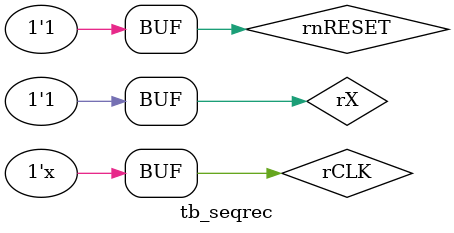
<source format=v>
`timescale 1ns/10ps

module tb_seqrec;

reg rnRESET, rCLK, rX;
wire wZ;

SeqRec_minseok seqrec0(.nRESET(rnRESET), .CLK(rCLK), .X(rX), .Z(wZ));

always
begin
  #500 rCLK <= ~rCLK;
end

initial
begin
	$dumpfile("test.vcd");
	$dumpvars(0, tb_seqrec);
	rCLK <= 1'b1;
	rnRESET <= 1'b0;
	rX <= 1'b0;
	#100 rnRESET <= 1'b1;
	#1000 rX <= 1'b1;
	#1000 rX <= 1'b1;
	#1000 rX <= 1'b0;
	#1000 rX <= 1'b0;
	#1000 rX <= 1'b1;
	#1000 rX <= 1'b1;
	#1000 rX <= 1'b0;
	#1000 rX <= 1'b1; // Z=1
	#1000 rX <= 1'b1;
	#1000 rX <= 1'b0;
	#1000 rX <= 1'b1; // Z=1
	#1000 rX <= 1'b0;
	#1000 rX <= 1'b1;
end

initial
begin
	$monitor("t=$3d rCLK=%d rX=%d wZ=%d \n",$time,rCLK,rX,wZ);
end
endmodule

</source>
